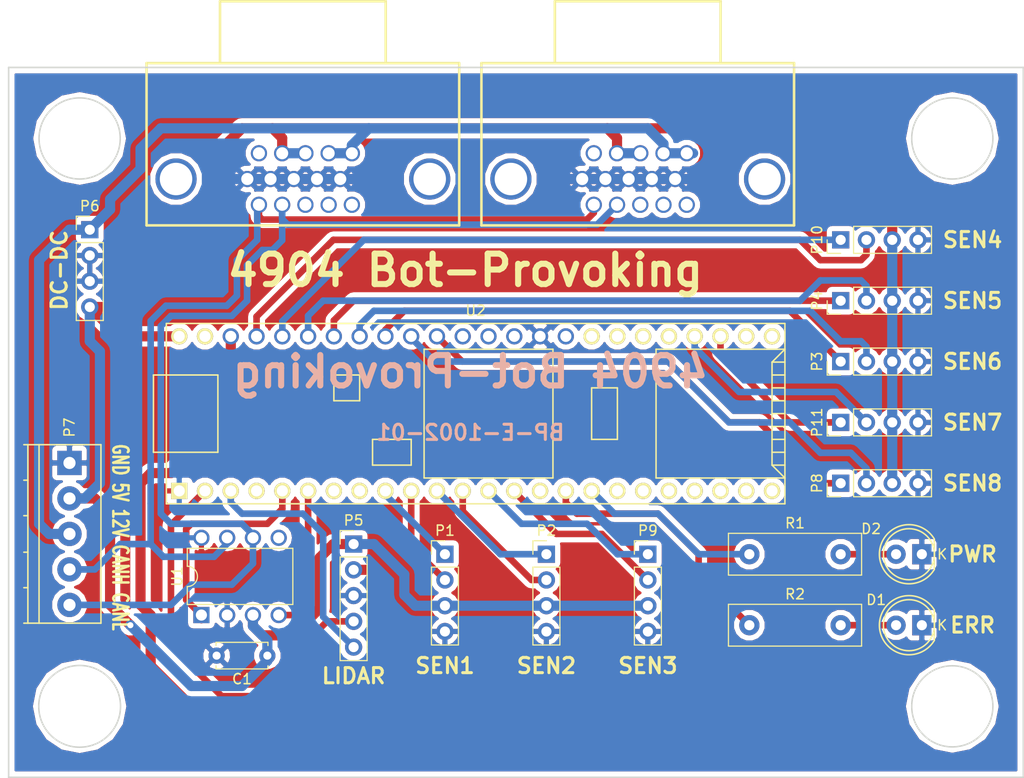
<source format=kicad_pcb>
(kicad_pcb (version 4) (host pcbnew 4.0.5)
  (layers (0 F.Cu signal) (31 B.Cu signal) (34 B.Paste user) (35 F.Paste user) (36 B.SilkS user) (37 F.SilkS user) (38 B.Mask user) (39 F.Mask user) (44 Edge.Cuts user))
  (net 0 "")
  (net 1 GND)
  (net 2 "Net-(D1-Pad2)")
  (net 3 "Net-(D2-Pad2)")
  (net 4 "Net-(J1-Pad0)")
  (net 5 +12V)
  (net 6 +5V)
  (net 7 /CANL)
  (net 8 /CANH)
  (net 9 "Net-(J2-Pad0)")
  (net 10 /B1)
  (net 11 /A1)
  (net 12 /B2)
  (net 13 /A2)
  (net 14 /A3)
  (net 15 /B3)
  (net 16 /A4)
  (net 17 /B4)
  (net 18 +3V3)
  (net 19 /Tx)
  (net 20 /Rx)
  (net 21 /CAN_Tx)
  (net 22 /CAN_Rx)
  (net 23 "Net-(R1-Pad1)")
  (net 24 "Net-(R2-Pad1)")
  (net 25 /A7)
  (net 26 /B7)
  (net 27 /A5)
  (net 28 /B5)
  (net 29 /A6)
  (net 30 /B6)
  (net 31 /A8)
  (net 32 /B8)
  (module Teensy:Teensy35_36_LessPins (layer F.Cu) (at 182.025001 116.135)
    (fp_text reference U2 (at 0 -10.16) (layer F.SilkS))
    (fp_text value Teensy3.6)
    (pad 17 thru_hole circle (at 11.43 7.62) (size 1.6 1.6) (drill 1.1) (layers *.Cu *.Mask F.SilkS) (net 23 "Net-(R1-Pad1)"))
    (pad 18 thru_hole circle (at 13.97 7.62) (size 1.6 1.6) (drill 1.1) (layers *.Cu *.Mask F.SilkS))
    (pad 19 thru_hole circle (at 16.51 7.62) (size 1.6 1.6) (drill 1.1) (layers *.Cu *.Mask F.SilkS))
    (pad 20 thru_hole circle (at 19.05 7.62) (size 1.6 1.6) (drill 1.1) (layers *.Cu *.Mask F.SilkS))
    (pad 16 thru_hole circle (at 8.89 7.62) (size 1.6 1.6) (drill 1.1) (layers *.Cu *.Mask F.SilkS) (net 24 "Net-(R2-Pad1)"))
    (pad 15 thru_hole circle (at 6.35 7.62) (size 1.6 1.6) (drill 1.1) (layers *.Cu *.Mask F.SilkS))
    (pad 14 thru_hole circle (at 3.81 7.62) (size 1.6 1.6) (drill 1.1) (layers *.Cu *.Mask F.SilkS) (net 32 /B8))
    (pad 21 thru_hole circle (at 21.59 7.62) (size 1.6 1.6) (drill 1.1) (layers *.Cu *.Mask F.SilkS))
    (pad 22 thru_hole circle (at 24.13 7.62) (size 1.6 1.6) (drill 1.1) (layers *.Cu *.Mask F.SilkS))
    (pad 23 thru_hole circle (at 26.67 7.62) (size 1.6 1.6) (drill 1.1) (layers *.Cu *.Mask F.SilkS))
    (pad 24 thru_hole circle (at 29.21 7.62) (size 1.6 1.6) (drill 1.1) (layers *.Cu *.Mask F.SilkS))
    (pad 30 thru_hole circle (at 29.21 -7.62) (size 1.6 1.6) (drill 1.1) (layers *.Cu *.Mask F.SilkS))
    (pad 31 thru_hole circle (at 26.67 -7.62) (size 1.6 1.6) (drill 1.1) (layers *.Cu *.Mask F.SilkS))
    (pad 32 thru_hole circle (at 24.13 -7.62) (size 1.6 1.6) (drill 1.1) (layers *.Cu *.Mask F.SilkS) (net 25 /A7))
    (pad 33 thru_hole circle (at 21.59 -7.62) (size 1.6 1.6) (drill 1.1) (layers *.Cu *.Mask F.SilkS) (net 26 /B7))
    (pad 34 thru_hole circle (at 19.05 -7.62) (size 1.6 1.6) (drill 1.1) (layers *.Cu *.Mask F.SilkS))
    (pad 35 thru_hole circle (at 16.51 -7.62) (size 1.6 1.6) (drill 1.1) (layers *.Cu *.Mask F.SilkS))
    (pad 36 thru_hole circle (at 13.97 -7.62) (size 1.6 1.6) (drill 1.1) (layers *.Cu *.Mask F.SilkS))
    (pad 37 thru_hole circle (at 11.43 -7.62) (size 1.6 1.6) (drill 1.1) (layers *.Cu *.Mask F.SilkS))
    (pad 13 thru_hole circle (at 1.27 7.62) (size 1.6 1.6) (drill 1.1) (layers *.Cu *.Mask F.SilkS) (net 31 /A8))
    (pad 12 thru_hole circle (at -1.27 7.62) (size 1.6 1.6) (drill 1.1) (layers *.Cu *.Mask F.SilkS) (net 12 /B2))
    (pad 11 thru_hole circle (at -3.81 7.62) (size 1.6 1.6) (drill 1.1) (layers *.Cu *.Mask F.SilkS) (net 13 /A2))
    (pad 10 thru_hole circle (at -6.35 7.62) (size 1.6 1.6) (drill 1.1) (layers *.Cu *.Mask F.SilkS) (net 10 /B1))
    (pad 9 thru_hole circle (at -8.89 7.62) (size 1.6 1.6) (drill 1.1) (layers *.Cu *.Mask F.SilkS) (net 11 /A1))
    (pad 8 thru_hole circle (at -11.43 7.62) (size 1.6 1.6) (drill 1.1) (layers *.Cu *.Mask F.SilkS))
    (pad 7 thru_hole circle (at -13.97 7.62) (size 1.6 1.6) (drill 1.1) (layers *.Cu *.Mask F.SilkS))
    (pad 6 thru_hole circle (at -16.51 7.62) (size 1.6 1.6) (drill 1.1) (layers *.Cu *.Mask F.SilkS) (net 22 /CAN_Rx))
    (pad 5 thru_hole circle (at -19.05 7.62) (size 1.6 1.6) (drill 1.1) (layers *.Cu *.Mask F.SilkS) (net 21 /CAN_Tx))
    (pad 4 thru_hole circle (at -21.59 7.62) (size 1.6 1.6) (drill 1.1) (layers *.Cu *.Mask F.SilkS))
    (pad 3 thru_hole circle (at -24.13 7.62) (size 1.6 1.6) (drill 1.1) (layers *.Cu *.Mask F.SilkS) (net 20 /Rx))
    (pad 2 thru_hole circle (at -26.67 7.62) (size 1.6 1.6) (drill 1.1) (layers *.Cu *.Mask F.SilkS) (net 19 /Tx))
    (pad 1 thru_hole rect (at -29.21 7.62) (size 1.6 1.6) (drill 1.1) (layers *.Cu *.Mask F.SilkS) (net 1 GND))
    (pad 38 thru_hole circle (at 8.89 -7.62) (size 1.6 1.6) (drill 1.1) (layers *.Cu *.Mask))
    (pad 39 thru_hole circle (at 6.35 -7.62) (size 1.6 1.6) (drill 1.1) (layers *.Cu *.Mask) (net 1 GND))
    (pad 40 thru_hole circle (at 3.81 -7.62) (size 1.6 1.6) (drill 1.1) (layers *.Cu *.Mask))
    (pad 41 thru_hole circle (at 1.27 -7.62) (size 1.6 1.6) (drill 1.1) (layers *.Cu *.Mask))
    (pad 42 thru_hole circle (at -1.27 -7.62) (size 1.6 1.6) (drill 1.1) (layers *.Cu *.Mask))
    (pad 43 thru_hole circle (at -3.81 -7.62) (size 1.6 1.6) (drill 1.1) (layers *.Cu *.Mask) (net 14 /A3))
    (pad 44 thru_hole circle (at -6.35 -7.62) (size 1.6 1.6) (drill 1.1) (layers *.Cu *.Mask) (net 15 /B3))
    (pad 45 thru_hole circle (at -8.89 -7.62) (size 1.6 1.6) (drill 1.1) (layers *.Cu *.Mask) (net 16 /A4))
    (pad 46 thru_hole circle (at -11.43 -7.62) (size 1.6 1.6) (drill 1.1) (layers *.Cu *.Mask) (net 17 /B4))
    (pad 47 thru_hole circle (at -13.97 -7.62) (size 1.6 1.6) (drill 1.1) (layers *.Cu *.Mask) (net 27 /A5))
    (pad 48 thru_hole circle (at -16.51 -7.62) (size 1.6 1.6) (drill 1.1) (layers *.Cu *.Mask) (net 28 /B5))
    (pad 49 thru_hole circle (at -19.05 -7.62) (size 1.6 1.6) (drill 1.1) (layers *.Cu *.Mask) (net 29 /A6))
    (pad 50 thru_hole circle (at -21.59 -7.62) (size 1.6 1.6) (drill 1.1) (layers *.Cu *.Mask) (net 30 /B6))
    (pad 51 thru_hole circle (at -24.13 -7.62) (size 1.6 1.6) (drill 1.1) (layers *.Cu *.Mask) (net 18 +3V3))
    (pad 52 thru_hole circle (at -26.67 -7.62) (size 1.6 1.6) (drill 1.1) (layers *.Cu *.Mask F.SilkS))
    (pad 53 thru_hole circle (at -29.21 -7.62) (size 1.6 1.6) (drill 1.1) (layers *.Cu *.Mask F.SilkS) (net 6 +5V))
  )
  (module LEDs:LED-5MM (layer F.Cu) (at 226 137 180)
    (fp_text reference D1 (at 4.5 2.5 180) (layer F.SilkS))
    (fp_text value LED)
    (fp_text user K (at -2 0 180) (layer F.SilkS))
    (pad 1 thru_hole rect (at 0 0 270) (size 2 1.9) (drill 1.00076) (layers *.Cu *.Mask) (net 1 GND))
    (pad 2 thru_hole circle (at 2.54 0 180) (size 1.9 1.9) (drill 1.00076) (layers *.Cu *.Mask) (net 2 "Net-(D1-Pad2)"))
  )
  (module LEDs:LED-5MM (layer F.Cu) (at 226 130 180)
    (fp_text reference D2 (at 5 2.5 180) (layer F.SilkS))
    (fp_text value LED)
    (fp_text user K (at -2 0 180) (layer F.SilkS))
    (pad 1 thru_hole rect (at 0 0 270) (size 2 1.9) (drill 1.00076) (layers *.Cu *.Mask) (net 1 GND))
    (pad 2 thru_hole circle (at 2.54 0 180) (size 1.9 1.9) (drill 1.00076) (layers *.Cu *.Mask) (net 3 "Net-(D2-Pad2)"))
  )
  (module conn-db15-SPC15430:conn_SPC15430 (layer F.Cu) (at 165 93)
    (fp_text reference J1 hide)
    (fp_text value DB15_HighDensity_MountingHoles hide)
    (pad 0 thru_hole circle (at -12.49934 0) (size 4.064 4.064) (drill 3.2004) (layers *.Cu *.Mask) (net 4 "Net-(J1-Pad0)"))
    (pad 0 thru_hole circle (at 12.49934 0) (size 4.064 4.064) (drill 3.2004) (layers *.Cu *.Mask) (net 4 "Net-(J1-Pad0)"))
    (pad 15 thru_hole circle (at 4.83 -2.54) (size 1.6002 1.6002) (drill 1.19126) (layers *.Cu *.Mask) (net 5 +12V))
    (pad 10 thru_hole circle (at 3.685 0) (size 1.6002 1.6002) (drill 1.19126) (layers *.Cu *.Mask) (net 1 GND))
    (pad 14 thru_hole circle (at 2.54 -2.54) (size 1.6002 1.6002) (drill 1.19126) (layers *.Cu *.Mask) (net 5 +12V))
    (pad 13 thru_hole circle (at 0.25 -2.54) (size 1.6002 1.6002) (drill 1.19126) (layers *.Cu *.Mask) (net 6 +5V))
    (pad 12 thru_hole circle (at -2.04 -2.54) (size 1.6002 1.6002) (drill 1.19126) (layers *.Cu *.Mask) (net 6 +5V))
    (pad 11 thru_hole circle (at -4.33 -2.54) (size 1.6002 1.6002) (drill 1.19126) (layers *.Cu *.Mask))
    (pad 9 thru_hole circle (at 1.395 0) (size 1.6002 1.6002) (drill 1.19126) (layers *.Cu *.Mask) (net 1 GND))
    (pad 8 thru_hole circle (at -0.895 0) (size 1.6002 1.6002) (drill 1.19126) (layers *.Cu *.Mask) (net 1 GND))
    (pad 7 thru_hole circle (at -3.185 0) (size 1.6002 1.6002) (drill 1.19126) (layers *.Cu *.Mask) (net 1 GND))
    (pad 6 thru_hole circle (at -5.475 0) (size 1.6002 1.6002) (drill 1.2) (layers *.Cu *.Mask) (net 1 GND))
    (pad 5 thru_hole circle (at 4.83 2.54) (size 1.6002 1.6002) (drill 1.19126) (layers *.Cu *.Mask))
    (pad 4 thru_hole circle (at 2.54 2.54) (size 1.6002 1.6002) (drill 1.19126) (layers *.Cu *.Mask))
    (pad 3 thru_hole circle (at 0.25 2.54) (size 1.6002 1.6002) (drill 1.19126) (layers *.Cu *.Mask))
    (pad 2 thru_hole circle (at -2.04 2.54) (size 1.6002 1.6002) (drill 1.19126) (layers *.Cu *.Mask) (net 7 /CANL))
    (pad 1 thru_hole circle (at -4.33 2.54) (size 1.6002 1.6002) (drill 1.19126) (layers *.Cu *.Mask) (net 8 /CANH))
  )
  (module conn-db15-SPC15430:conn_SPC15430 (layer F.Cu) (at 198 93)
    (fp_text reference J2 hide)
    (fp_text value DB15_HighDensity_MountingHoles hide)
    (pad 0 thru_hole circle (at -12.49934 0) (size 4.064 4.064) (drill 3.2004) (layers *.Cu *.Mask) (net 9 "Net-(J2-Pad0)"))
    (pad 0 thru_hole circle (at 12.49934 0) (size 4.064 4.064) (drill 3.2004) (layers *.Cu *.Mask) (net 9 "Net-(J2-Pad0)"))
    (pad 15 thru_hole circle (at 4.83 -2.54) (size 1.6002 1.6002) (drill 1.19126) (layers *.Cu *.Mask) (net 5 +12V))
    (pad 10 thru_hole circle (at 3.685 0) (size 1.6002 1.6002) (drill 1.19126) (layers *.Cu *.Mask) (net 1 GND))
    (pad 14 thru_hole circle (at 2.54 -2.54) (size 1.6002 1.6002) (drill 1.19126) (layers *.Cu *.Mask) (net 5 +12V))
    (pad 13 thru_hole circle (at 0.25 -2.54) (size 1.6002 1.6002) (drill 1.19126) (layers *.Cu *.Mask) (net 6 +5V))
    (pad 12 thru_hole circle (at -2.04 -2.54) (size 1.6002 1.6002) (drill 1.19126) (layers *.Cu *.Mask) (net 6 +5V))
    (pad 11 thru_hole circle (at -4.33 -2.54) (size 1.6002 1.6002) (drill 1.19126) (layers *.Cu *.Mask))
    (pad 9 thru_hole circle (at 1.395 0) (size 1.6002 1.6002) (drill 1.19126) (layers *.Cu *.Mask) (net 1 GND))
    (pad 8 thru_hole circle (at -0.895 0) (size 1.6002 1.6002) (drill 1.19126) (layers *.Cu *.Mask) (net 1 GND))
    (pad 7 thru_hole circle (at -3.185 0) (size 1.6002 1.6002) (drill 1.19126) (layers *.Cu *.Mask) (net 1 GND))
    (pad 6 thru_hole circle (at -5.475 0) (size 1.6002 1.6002) (drill 1.2) (layers *.Cu *.Mask) (net 1 GND))
    (pad 5 thru_hole circle (at 4.83 2.54) (size 1.6002 1.6002) (drill 1.19126) (layers *.Cu *.Mask))
    (pad 4 thru_hole circle (at 2.54 2.54) (size 1.6002 1.6002) (drill 1.19126) (layers *.Cu *.Mask))
    (pad 3 thru_hole circle (at 0.25 2.54) (size 1.6002 1.6002) (drill 1.19126) (layers *.Cu *.Mask))
    (pad 2 thru_hole circle (at -2.04 2.54) (size 1.6002 1.6002) (drill 1.19126) (layers *.Cu *.Mask) (net 7 /CANL))
    (pad 1 thru_hole circle (at -4.33 2.54) (size 1.6002 1.6002) (drill 1.19126) (layers *.Cu *.Mask) (net 8 /CANH))
  )
  (module Custom_Footprints:DIP-8_W7.62mm_BiggerHoles (layer F.Cu) (at 155 136 90)
    (fp_text reference U1 (at 3.81 -2.39 90) (layer F.SilkS))
    (fp_text value MCP2551-I/P)
    (pad 1 thru_hole rect (at 0 0 90) (size 1.6 1.6) (drill 1.1) (layers *.Cu *.Mask) (net 21 /CAN_Tx))
    (pad 5 thru_hole oval (at 7.62 7.62 90) (size 1.6 1.6) (drill 1.1) (layers *.Cu *.Mask))
    (pad 2 thru_hole oval (at 0 2.54 90) (size 1.6 1.6) (drill 1.1) (layers *.Cu *.Mask) (net 1 GND))
    (pad 6 thru_hole oval (at 7.62 5.08 90) (size 1.6 1.6) (drill 1.1) (layers *.Cu *.Mask) (net 7 /CANL))
    (pad 3 thru_hole oval (at 0 5.08 90) (size 1.6 1.6) (drill 1.1) (layers *.Cu *.Mask) (net 6 +5V))
    (pad 7 thru_hole oval (at 7.62 2.54 90) (size 1.6 1.6) (drill 1.1) (layers *.Cu *.Mask) (net 8 /CANH))
    (pad 4 thru_hole oval (at 0 7.62 90) (size 1.6 1.6) (drill 1.1) (layers *.Cu *.Mask) (net 22 /CAN_Rx))
    (pad 8 thru_hole oval (at 7.62 0 90) (size 1.6 1.6) (drill 1.1) (layers *.Cu *.Mask) (net 1 GND))
  )
  (module Resistors_THT:R_Box_L13.0mm_W4.0mm_P9.00mm (layer F.Cu) (at 209 130)
    (fp_text reference R1 (at 4.5 -3.06) (layer F.SilkS))
    (fp_text value R)
    (pad 1 thru_hole circle (at 0 0) (size 2 2) (drill 1) (layers *.Cu *.Mask) (net 23 "Net-(R1-Pad1)"))
    (pad 2 thru_hole circle (at 9 0) (size 2 2) (drill 1) (layers *.Cu *.Mask) (net 3 "Net-(D2-Pad2)"))
  )
  (module Resistors_THT:R_Box_L13.0mm_W4.0mm_P9.00mm (layer F.Cu) (at 209 137)
    (fp_text reference R2 (at 4.5 -3.06) (layer F.SilkS))
    (fp_text value R)
    (pad 1 thru_hole circle (at 0 0) (size 2 2) (drill 1) (layers *.Cu *.Mask) (net 24 "Net-(R2-Pad1)"))
    (pad 2 thru_hole circle (at 9 0) (size 2 2) (drill 1) (layers *.Cu *.Mask) (net 2 "Net-(D1-Pad2)"))
  )
  (module Capacitors_THT:C_Disc_D5.0mm_W2.5mm_P5.00mm (layer F.Cu) (at 161.5 140 180)
    (fp_text reference C1 (at 2.5 -2.31 180) (layer F.SilkS))
    (fp_text value C)
    (pad 1 thru_hole circle (at 0 0 180) (size 1.6 1.6) (drill 0.8) (layers *.Cu *.Mask) (net 6 +5V))
    (pad 2 thru_hole circle (at 5 0 180) (size 1.6 1.6) (drill 0.8) (layers *.Cu *.Mask) (net 1 GND))
  )
  (module Connectors_Terminal_Blocks:TerminalBlock_Pheonix_PT-3.5mm_5pol (layer F.Cu) (at 142 121 270)
    (fp_text reference P7 (at -3.5 0 270) (layer F.SilkS))
    (fp_text value CONN_01X05)
    (pad 2 thru_hole circle (at 3.5 0 270) (size 2.4 2.4) (drill 1.2) (layers *.Cu *.Mask) (net 6 +5V))
    (pad 1 thru_hole rect (at 0 0 270) (size 2.4 2.4) (drill 1.2) (layers *.Cu *.Mask) (net 1 GND))
    (pad 3 thru_hole circle (at 7 0 270) (size 2.4 2.4) (drill 1.2) (layers *.Cu *.Mask) (net 5 +12V))
    (pad 4 thru_hole circle (at 10.5 0 270) (size 2.4 2.4) (drill 1.2) (layers *.Cu *.Mask) (net 8 /CANH))
    (pad 5 thru_hole circle (at 14 0 270) (size 2.4 2.4) (drill 1.2) (layers *.Cu *.Mask) (net 7 /CANL))
  )
  (module Socket_Strips:Socket_Strip_Straight_1x04_Pitch2.54mm (layer F.Cu) (at 179 130)
    (fp_text reference P1 (at 0 -2.33) (layer F.SilkS))
    (fp_text value CONN_01X04)
    (pad 1 thru_hole rect (at 0 0) (size 1.7 1.7) (drill 1) (layers *.Cu *.Mask) (net 11 /A1))
    (pad 2 thru_hole oval (at 0 2.54) (size 1.7 1.7) (drill 1) (layers *.Cu *.Mask) (net 10 /B1))
    (pad 3 thru_hole oval (at 0 5.08) (size 1.7 1.7) (drill 1) (layers *.Cu *.Mask) (net 6 +5V))
    (pad 4 thru_hole oval (at 0 7.62) (size 1.7 1.7) (drill 1) (layers *.Cu *.Mask) (net 1 GND))
  )
  (module Socket_Strips:Socket_Strip_Straight_1x04_Pitch2.54mm (layer F.Cu) (at 189 130)
    (fp_text reference P2 (at 0 -2.33) (layer F.SilkS))
    (fp_text value CONN_01X04)
    (pad 1 thru_hole rect (at 0 0) (size 1.7 1.7) (drill 1) (layers *.Cu *.Mask) (net 13 /A2))
    (pad 2 thru_hole oval (at 0 2.54) (size 1.7 1.7) (drill 1) (layers *.Cu *.Mask) (net 12 /B2))
    (pad 3 thru_hole oval (at 0 5.08) (size 1.7 1.7) (drill 1) (layers *.Cu *.Mask) (net 6 +5V))
    (pad 4 thru_hole oval (at 0 7.62) (size 1.7 1.7) (drill 1) (layers *.Cu *.Mask) (net 1 GND))
  )
  (module Socket_Strips:Socket_Strip_Straight_1x04_Pitch2.54mm (layer F.Cu) (at 218 111 90)
    (fp_text reference P3 (at 0 -2.33 90) (layer F.SilkS))
    (fp_text value CONN_01X04)
    (pad 1 thru_hole rect (at 0 0 90) (size 1.7 1.7) (drill 1) (layers *.Cu *.Mask) (net 16 /A4))
    (pad 2 thru_hole oval (at 0 2.54 90) (size 1.7 1.7) (drill 1) (layers *.Cu *.Mask) (net 17 /B4))
    (pad 3 thru_hole oval (at 0 5.08 90) (size 1.7 1.7) (drill 1) (layers *.Cu *.Mask) (net 6 +5V))
    (pad 4 thru_hole oval (at 0 7.62 90) (size 1.7 1.7) (drill 1) (layers *.Cu *.Mask) (net 1 GND))
  )
  (module Socket_Strips:Socket_Strip_Straight_1x04_Pitch2.54mm (layer F.Cu) (at 218 105 90)
    (fp_text reference P4 (at 0 -2.33 90) (layer F.SilkS))
    (fp_text value CONN_01X04)
    (pad 1 thru_hole rect (at 0 0 90) (size 1.7 1.7) (drill 1) (layers *.Cu *.Mask) (net 27 /A5))
    (pad 2 thru_hole oval (at 0 2.54 90) (size 1.7 1.7) (drill 1) (layers *.Cu *.Mask) (net 28 /B5))
    (pad 3 thru_hole oval (at 0 5.08 90) (size 1.7 1.7) (drill 1) (layers *.Cu *.Mask) (net 6 +5V))
    (pad 4 thru_hole oval (at 0 7.62 90) (size 1.7 1.7) (drill 1) (layers *.Cu *.Mask) (net 1 GND))
  )
  (module Socket_Strips:Socket_Strip_Straight_1x05_Pitch2.54mm (layer F.Cu) (at 170 129)
    (fp_text reference P5 (at 0 -2.33) (layer F.SilkS))
    (fp_text value CONN_01X05)
    (pad 1 thru_hole rect (at 0 0) (size 1.7 1.7) (drill 1) (layers *.Cu *.Mask) (net 6 +5V))
    (pad 2 thru_hole oval (at 0 2.54) (size 1.7 1.7) (drill 1) (layers *.Cu *.Mask) (net 18 +3V3))
    (pad 3 thru_hole oval (at 0 5.08) (size 1.7 1.7) (drill 1) (layers *.Cu *.Mask) (net 1 GND))
    (pad 4 thru_hole oval (at 0 7.62) (size 1.7 1.7) (drill 1) (layers *.Cu *.Mask) (net 19 /Tx))
    (pad 5 thru_hole oval (at 0 10.16) (size 1.7 1.7) (drill 1) (layers *.Cu *.Mask) (net 20 /Rx))
  )
  (module Socket_Strips:Socket_Strip_Straight_1x04_Pitch2.54mm (layer F.Cu) (at 144 98)
    (fp_text reference P6 (at 0 -2.33) (layer F.SilkS))
    (fp_text value CONN_01X04)
    (pad 1 thru_hole rect (at 0 0) (size 1.7 1.7) (drill 1) (layers *.Cu *.Mask) (net 5 +12V))
    (pad 2 thru_hole oval (at 0 2.54) (size 1.7 1.7) (drill 1) (layers *.Cu *.Mask) (net 1 GND))
    (pad 3 thru_hole oval (at 0 5.08) (size 1.7 1.7) (drill 1) (layers *.Cu *.Mask) (net 1 GND))
    (pad 4 thru_hole oval (at 0 7.62) (size 1.7 1.7) (drill 1) (layers *.Cu *.Mask) (net 6 +5V))
  )
  (module Socket_Strips:Socket_Strip_Straight_1x04_Pitch2.54mm (layer F.Cu) (at 199 130)
    (fp_text reference P9 (at 0 -2.33) (layer F.SilkS))
    (fp_text value CONN_01X04)
    (pad 1 thru_hole rect (at 0 0) (size 1.7 1.7) (drill 1) (layers *.Cu *.Mask) (net 31 /A8))
    (pad 2 thru_hole oval (at 0 2.54) (size 1.7 1.7) (drill 1) (layers *.Cu *.Mask) (net 32 /B8))
    (pad 3 thru_hole oval (at 0 5.08) (size 1.7 1.7) (drill 1) (layers *.Cu *.Mask) (net 6 +5V))
    (pad 4 thru_hole oval (at 0 7.62) (size 1.7 1.7) (drill 1) (layers *.Cu *.Mask) (net 1 GND))
  )
  (module Socket_Strips:Socket_Strip_Straight_1x04_Pitch2.54mm (layer F.Cu) (at 218 99 90)
    (fp_text reference P10 (at 0 -2.33 90) (layer F.SilkS))
    (fp_text value CONN_01X04)
    (pad 1 thru_hole rect (at 0 0 90) (size 1.7 1.7) (drill 1) (layers *.Cu *.Mask) (net 29 /A6))
    (pad 2 thru_hole oval (at 0 2.54 90) (size 1.7 1.7) (drill 1) (layers *.Cu *.Mask) (net 30 /B6))
    (pad 3 thru_hole oval (at 0 5.08 90) (size 1.7 1.7) (drill 1) (layers *.Cu *.Mask) (net 6 +5V))
    (pad 4 thru_hole oval (at 0 7.62 90) (size 1.7 1.7) (drill 1) (layers *.Cu *.Mask) (net 1 GND))
  )
  (module Socket_Strips:Socket_Strip_Straight_1x04_Pitch2.54mm (layer F.Cu) (at 218 117 90)
    (fp_text reference P11 (at 0 -2.33 90) (layer F.SilkS))
    (fp_text value CONN_01X04)
    (pad 1 thru_hole rect (at 0 0 90) (size 1.7 1.7) (drill 1) (layers *.Cu *.Mask) (net 25 /A7))
    (pad 2 thru_hole oval (at 0 2.54 90) (size 1.7 1.7) (drill 1) (layers *.Cu *.Mask) (net 26 /B7))
    (pad 3 thru_hole oval (at 0 5.08 90) (size 1.7 1.7) (drill 1) (layers *.Cu *.Mask) (net 6 +5V))
    (pad 4 thru_hole oval (at 0 7.62 90) (size 1.7 1.7) (drill 1) (layers *.Cu *.Mask) (net 1 GND))
  )
  (module Socket_Strips:Socket_Strip_Straight_1x04_Pitch2.54mm (layer F.Cu) (at 218 123 90)
    (fp_text reference P8 (at 0 -2.33 90) (layer F.SilkS))
    (fp_text value CONN_01X04)
    (pad 1 thru_hole rect (at 0 0 90) (size 1.7 1.7) (drill 1) (layers *.Cu *.Mask) (net 14 /A3))
    (pad 2 thru_hole oval (at 0 2.54 90) (size 1.7 1.7) (drill 1) (layers *.Cu *.Mask) (net 15 /B3))
    (pad 3 thru_hole oval (at 0 5.08 90) (size 1.7 1.7) (drill 1) (layers *.Cu *.Mask) (net 6 +5V))
    (pad 4 thru_hole oval (at 0 7.62 90) (size 1.7 1.7) (drill 1) (layers *.Cu *.Mask) (net 1 GND))
  )
  (gr_text ERR (at 231 137) (layer F.SilkS) (effects (font (size 1.5 1.5) (thickness 0.3))))
  (gr_text PWR (at 231 130) (layer F.SilkS) (effects (font (size 1.5 1.5) (thickness 0.3))))
  (gr_line (start 136 152) (end 136 82) (angle 90) (layer Edge.Cuts) (width 0.15))
  (gr_line (start 236 152) (end 136 152) (angle 90) (layer Edge.Cuts) (width 0.15))
  (gr_line (start 236 82) (end 236 152) (angle 90) (layer Edge.Cuts) (width 0.15))
  (gr_line (start 136 82) (end 236 82) (angle 90) (layer Edge.Cuts) (width 0.15))
  (gr_text SEN5 (at 231 105) (layer F.SilkS) (effects (font (size 1.5 1.5) (thickness 0.3))))
  (gr_text SEN6 (at 231 111) (layer F.SilkS) (effects (font (size 1.5 1.5) (thickness 0.3))))
  (gr_text SEN7 (at 231 117) (layer F.SilkS) (effects (font (size 1.5 1.5) (thickness 0.3))))
  (gr_text "4904 Bot-Provoking" (at 181 102) (layer F.SilkS) (effects (font (size 3 3) (thickness 0.6))))
  (gr_text SEN8 (at 231 123) (layer F.SilkS) (effects (font (size 1.5 1.5) (thickness 0.3))))
  (gr_text SEN3 (at 199 141) (layer F.SilkS) (effects (font (size 1.5 1.5) (thickness 0.3))))
  (gr_text SEN4 (at 231 99) (layer F.SilkS) (effects (font (size 1.5 1.5) (thickness 0.3))))
  (gr_text SEN2 (at 189 141) (layer F.SilkS) (effects (font (size 1.5 1.5) (thickness 0.3))))
  (gr_text SEN1 (at 179 141) (layer F.SilkS) (effects (font (size 1.5 1.5) (thickness 0.3))))
  (gr_text LIDAR (at 170 142) (layer F.SilkS) (effects (font (size 1.5 1.5) (thickness 0.3))))
  (gr_text DC-DC (at 141 102 90) (layer F.SilkS) (effects (font (size 1.5 1.5) (thickness 0.3))))
  (gr_text "GND 5V 12V CANH CANL" (at 147 119 270) (layer F.SilkS) (effects (font (size 1.5 1) (thickness 0.25)) (justify left)))
  (gr_circle (center 143 145) (end 147 145.5) (layer Edge.Cuts) (width 0.15))
  (gr_circle (center 229 145) (end 225 145) (layer Edge.Cuts) (width 0.15))
  (gr_circle (center 143 89) (end 147 89) (layer Edge.Cuts) (width 0.15))
  (gr_circle (center 229 89) (end 225 89) (layer Edge.Cuts) (width 0.15))
  (gr_text BP-E-1002-01 (at 181.5 118) (layer B.SilkS) (effects (font (size 1.5 1.5) (thickness 0.3)) (justify mirror)))
  (gr_text "4904 Bot-Provoking" (at 181.5 112) (layer B.SilkS) (effects (font (size 3 3) (thickness 0.6)) (justify mirror)))
  (segment (start 157.5 93) (end 159.525 93) (width 1) (layer B.Cu) (net 1))
  (segment (start 159.525 93) (end 161.815 93) (width 1) (layer B.Cu) (net 1))
  (segment (start 161.815 93) (end 164.105 93) (width 1) (layer B.Cu) (net 1))
  (segment (start 164.105 93) (end 166.395 93) (width 1) (layer B.Cu) (net 1))
  (segment (start 166.395 93) (end 168.685 93) (width 1) (layer B.Cu) (net 1))
  (segment (start 168.685 93) (end 171.75 93) (width 1) (layer B.Cu) (net 1))
  (segment (start 204.25 93) (end 201.685 93) (width 1) (layer B.Cu) (net 1))
  (segment (start 201.685 93) (end 199.395 93) (width 1) (layer B.Cu) (net 1))
  (segment (start 199.395 93) (end 197.105 93) (width 1) (layer B.Cu) (net 1))
  (segment (start 197.105 93) (end 194.815 93) (width 1) (layer B.Cu) (net 1))
  (segment (start 194.815 93) (end 192.525 93) (width 1) (layer B.Cu) (net 1))
  (segment (start 192.525 93) (end 190 93) (width 1) (layer B.Cu) (net 1))
  (segment (start 159.525 93) (end 161.815 93) (width 1) (layer F.Cu) (net 1))
  (segment (start 161.815 93) (end 164.105 93) (width 1) (layer F.Cu) (net 1))
  (segment (start 164.105 93) (end 166.395 93) (width 1) (layer F.Cu) (net 1))
  (segment (start 166.395 93) (end 168.685 93) (width 1) (layer F.Cu) (net 1))
  (segment (start 168.685 93) (end 171.75 93) (width 1) (layer F.Cu) (net 1))
  (segment (start 203.5 93) (end 201.685 93) (width 1) (layer F.Cu) (net 1))
  (segment (start 201.685 93) (end 199.395 93) (width 1) (layer F.Cu) (net 1))
  (segment (start 199.395 93) (end 197.105 93) (width 1) (layer F.Cu) (net 1))
  (segment (start 197.105 93) (end 194.815 93) (width 1) (layer F.Cu) (net 1))
  (segment (start 194.815 93) (end 192.525 93) (width 1) (layer F.Cu) (net 1))
  (segment (start 192.525 93) (end 190.25 93) (width 1) (layer F.Cu) (net 1))
  (segment (start 223.46 137) (end 218 137) (width 0.65) (layer F.Cu) (net 2))
  (segment (start 218 130) (end 223.46 130) (width 0.65) (layer F.Cu) (net 3))
  (segment (start 171.5 88) (end 151 88) (width 1) (layer B.Cu) (net 5))
  (segment (start 146 96) (end 144 98) (width 1) (layer B.Cu) (net 5))
  (segment (start 146 95) (end 146 96) (width 1) (layer B.Cu) (net 5))
  (segment (start 149 92) (end 146 95) (width 1) (layer B.Cu) (net 5))
  (segment (start 149 90) (end 149 92) (width 1) (layer B.Cu) (net 5))
  (segment (start 151 88) (end 149 90) (width 1) (layer B.Cu) (net 5))
  (segment (start 142 128) (end 140 128) (width 1) (layer B.Cu) (net 5))
  (segment (start 140 128) (end 139 127) (width 1) (layer B.Cu) (net 5))
  (segment (start 139 127) (end 139 101) (width 1) (layer B.Cu) (net 5))
  (segment (start 139 101) (end 142 98) (width 1) (layer B.Cu) (net 5))
  (segment (start 142 98) (end 144 98) (width 1) (layer B.Cu) (net 5))
  (segment (start 203.46 90.46) (end 202.83 90.46) (width 1) (layer B.Cu) (net 5))
  (segment (start 169.83 90.46) (end 169.83 89.67) (width 1) (layer B.Cu) (net 5))
  (segment (start 169.83 89.67) (end 171.5 88) (width 1) (layer B.Cu) (net 5))
  (segment (start 200.54 89.54) (end 200.54 90.46) (width 1) (layer B.Cu) (net 5))
  (segment (start 199 88) (end 200.54 89.54) (width 1) (layer B.Cu) (net 5))
  (segment (start 171.5 88) (end 199 88) (width 1) (layer B.Cu) (net 5))
  (segment (start 167.54 90.46) (end 169.83 90.46) (width 1) (layer B.Cu) (net 5))
  (segment (start 202.83 90.46) (end 200.54 90.46) (width 1) (layer B.Cu) (net 5))
  (segment (start 198.25 90.46) (end 195.96 90.46) (width 1) (layer B.Cu) (net 6))
  (segment (start 162.96 90.46) (end 165.25 90.46) (width 1) (layer B.Cu) (net 6))
  (segment (start 195 88) (end 217 88) (width 1) (layer F.Cu) (net 6))
  (segment (start 223.08 94.08) (end 223.08 99) (width 1) (layer F.Cu) (net 6))
  (segment (start 217 88) (end 223.08 94.08) (width 1) (layer F.Cu) (net 6))
  (segment (start 223.08 105) (end 223.08 99) (width 1) (layer B.Cu) (net 6))
  (segment (start 223.08 111) (end 223.08 105) (width 1) (layer B.Cu) (net 6))
  (segment (start 223.08 117) (end 223.08 111) (width 1) (layer B.Cu) (net 6))
  (segment (start 223.08 123) (end 223.08 117) (width 1) (layer B.Cu) (net 6))
  (segment (start 189 135.08) (end 199 135.08) (width 1) (layer B.Cu) (net 6))
  (segment (start 179 135.08) (end 189 135.08) (width 1) (layer B.Cu) (net 6))
  (segment (start 170 129) (end 172 129) (width 1) (layer B.Cu) (net 6))
  (segment (start 176.08 135.08) (end 179 135.08) (width 1) (layer B.Cu) (net 6))
  (segment (start 175 134) (end 176.08 135.08) (width 1) (layer B.Cu) (net 6))
  (segment (start 175 132) (end 175 134) (width 1) (layer B.Cu) (net 6))
  (segment (start 172 129) (end 175 132) (width 1) (layer B.Cu) (net 6))
  (segment (start 161.5 140) (end 161.5 140.5) (width 1) (layer B.Cu) (net 6))
  (segment (start 161.5 140.5) (end 159 143) (width 1) (layer B.Cu) (net 6))
  (segment (start 144.5 124.5) (end 142 124.5) (width 1) (layer F.Cu) (net 6))
  (segment (start 146 126) (end 144.5 124.5) (width 1) (layer F.Cu) (net 6))
  (segment (start 146 135) (end 146 126) (width 1) (layer F.Cu) (net 6))
  (segment (start 148 137) (end 146 135) (width 1) (layer F.Cu) (net 6))
  (via (at 148 137) (size 1) (drill 0.6) (layers F.Cu B.Cu) (net 6))
  (segment (start 154 143) (end 148 137) (width 1) (layer B.Cu) (net 6))
  (segment (start 159 143) (end 154 143) (width 1) (layer B.Cu) (net 6))
  (segment (start 195.96 90.46) (end 195.96 88.96) (width 1) (layer F.Cu) (net 6))
  (segment (start 195 88) (end 162 88) (width 1) (layer F.Cu) (net 6))
  (segment (start 195.96 88.96) (end 195 88) (width 1) (layer F.Cu) (net 6))
  (segment (start 162.96 90.46) (end 162.96 88.96) (width 1) (layer F.Cu) (net 6))
  (segment (start 162.96 88.96) (end 162 88) (width 1) (layer F.Cu) (net 6))
  (segment (start 146.38 105.62) (end 144 105.62) (width 1) (layer F.Cu) (net 6))
  (segment (start 162 88) (end 159 88) (width 1) (layer F.Cu) (net 6))
  (segment (start 159 88) (end 156 91) (width 1) (layer F.Cu) (net 6))
  (segment (start 156 91) (end 156 96) (width 1) (layer F.Cu) (net 6))
  (segment (start 156 96) (end 146.38 105.62) (width 1) (layer F.Cu) (net 6))
  (segment (start 152.815001 108.515) (end 146.895 108.515) (width 1) (layer F.Cu) (net 6))
  (segment (start 146.895 108.515) (end 144 105.62) (width 1) (layer F.Cu) (net 6))
  (segment (start 144 105.62) (end 144 109) (width 1) (layer B.Cu) (net 6))
  (segment (start 143.5 124.5) (end 142 124.5) (width 1) (layer B.Cu) (net 6))
  (segment (start 145 123) (end 143.5 124.5) (width 1) (layer B.Cu) (net 6))
  (segment (start 145 110) (end 145 123) (width 1) (layer B.Cu) (net 6))
  (segment (start 144 109) (end 145 110) (width 1) (layer B.Cu) (net 6))
  (segment (start 170 129) (end 168 129) (width 1) (layer F.Cu) (net 6))
  (segment (start 160.08 137.08) (end 160.08 136) (width 1) (layer F.Cu) (net 6))
  (segment (start 161 138) (end 160.08 137.08) (width 1) (layer F.Cu) (net 6))
  (segment (start 164 138) (end 161 138) (width 1) (layer F.Cu) (net 6))
  (segment (start 166.655214 135.344786) (end 164 138) (width 1) (layer F.Cu) (net 6))
  (segment (start 166.655214 130.344786) (end 166.655214 135.344786) (width 1) (layer F.Cu) (net 6))
  (segment (start 168 129) (end 166.655214 130.344786) (width 1) (layer F.Cu) (net 6))
  (segment (start 161.5 140) (end 161.5 138.5) (width 1) (layer B.Cu) (net 6))
  (segment (start 160.08 137.08) (end 160.08 136) (width 1) (layer B.Cu) (net 6))
  (segment (start 161.5 138.5) (end 160.08 137.08) (width 1) (layer B.Cu) (net 6))
  (segment (start 160.08 136) (end 160.08 135.92) (width 1) (layer B.Cu) (net 6))
  (segment (start 163.5 97.5) (end 194 97.5) (width 0.65) (layer B.Cu) (net 7))
  (segment (start 162.96 96.96) (end 163.5 97.5) (width 0.65) (layer B.Cu) (net 7))
  (segment (start 162.96 99.04) (end 162.96 95.54) (width 0.65) (layer B.Cu) (net 7))
  (segment (start 162.96 95.54) (end 162.96 96.96) (width 0.65) (layer B.Cu) (net 7))
  (segment (start 194 97.5) (end 195.96 95.54) (width 0.65) (layer B.Cu) (net 7))
  (segment (start 142 135) (end 152 135) (width 0.65) (layer B.Cu) (net 7))
  (segment (start 160.08 130.92) (end 160.08 128.38) (width 0.65) (layer B.Cu) (net 7))
  (segment (start 158 133) (end 160.08 130.92) (width 0.65) (layer B.Cu) (net 7))
  (segment (start 154 133) (end 158 133) (width 0.65) (layer B.Cu) (net 7))
  (segment (start 152 135) (end 154 133) (width 0.65) (layer B.Cu) (net 7))
  (segment (start 160.08 128.38) (end 160.08 128.08) (width 0.65) (layer B.Cu) (net 7))
  (segment (start 160.08 128.08) (end 159 127) (width 0.65) (layer B.Cu) (net 7))
  (segment (start 159 127) (end 152 127) (width 0.65) (layer B.Cu) (net 7))
  (segment (start 152 127) (end 151 126) (width 0.65) (layer B.Cu) (net 7))
  (segment (start 151 126) (end 151 124.5) (width 0.65) (layer B.Cu) (net 7))
  (segment (start 151 124.5) (end 151 122) (width 0.65) (layer B.Cu) (net 7))
  (segment (start 151 122) (end 151 107.5) (width 0.65) (layer B.Cu) (net 7))
  (segment (start 151 107.5) (end 152 106.5) (width 0.65) (layer B.Cu) (net 7))
  (segment (start 152 106.5) (end 158 106.5) (width 0.65) (layer B.Cu) (net 7))
  (segment (start 158 106.5) (end 159.5 105) (width 0.65) (layer B.Cu) (net 7))
  (segment (start 159.5 105) (end 159.5 101.5) (width 0.65) (layer B.Cu) (net 7))
  (segment (start 160.08 128.38) (end 160.08 128.08) (width 0.65) (layer B.Cu) (net 7))
  (segment (start 159.5 101.5) (end 161 100) (width 0.65) (layer B.Cu) (net 7))
  (segment (start 161 100) (end 162 100) (width 0.65) (layer B.Cu) (net 7))
  (segment (start 162 100) (end 162.96 99.04) (width 0.65) (layer B.Cu) (net 7))
  (segment (start 160.67 95.54) (end 160.67 96.67) (width 0.65) (layer F.Cu) (net 8))
  (segment (start 193 97) (end 193.67 96.33) (width 0.65) (layer F.Cu) (net 8))
  (segment (start 161 97) (end 193 97) (width 0.65) (layer F.Cu) (net 8))
  (segment (start 160.67 96.67) (end 161 97) (width 0.65) (layer F.Cu) (net 8))
  (segment (start 193.67 96.33) (end 193.67 95.54) (width 0.65) (layer F.Cu) (net 8))
  (segment (start 150 129) (end 147 129) (width 0.65) (layer B.Cu) (net 8))
  (segment (start 144.5 131.5) (end 142 131.5) (width 0.65) (layer B.Cu) (net 8))
  (segment (start 147 129) (end 144.5 131.5) (width 0.65) (layer B.Cu) (net 8))
  (segment (start 157.54 128.38) (end 157.54 128.96) (width 0.65) (layer B.Cu) (net 8))
  (segment (start 157.54 128.96) (end 156.25 130.25) (width 0.65) (layer B.Cu) (net 8))
  (segment (start 150 125) (end 150 107) (width 0.65) (layer B.Cu) (net 8))
  (segment (start 150 107) (end 151.5 105.5) (width 0.65) (layer B.Cu) (net 8))
  (segment (start 151.5 105.5) (end 157.5 105.5) (width 0.65) (layer B.Cu) (net 8))
  (segment (start 157.5 105.5) (end 158.5 104.5) (width 0.65) (layer B.Cu) (net 8))
  (segment (start 158.5 104.5) (end 158.5 101) (width 0.65) (layer B.Cu) (net 8))
  (segment (start 158.5 101) (end 160.5 99) (width 0.65) (layer B.Cu) (net 8))
  (segment (start 160.5 99) (end 160.5 95.71) (width 0.65) (layer B.Cu) (net 8))
  (segment (start 150 129) (end 150 125) (width 0.65) (layer B.Cu) (net 8))
  (segment (start 151.25 130.25) (end 150 129) (width 0.65) (layer B.Cu) (net 8))
  (segment (start 156.25 130.25) (end 151.25 130.25) (width 0.65) (layer B.Cu) (net 8))
  (segment (start 157.54 128.38) (end 157.54 128.04) (width 0.65) (layer B.Cu) (net 8))
  (segment (start 160.5 95.71) (end 160.67 95.54) (width 0.65) (layer B.Cu) (net 8))
  (segment (start 157.38 128.38) (end 157.54 128.38) (width 0.65) (layer B.Cu) (net 8))
  (segment (start 175.675001 123.755) (end 175.675001 129.215001) (width 0.65) (layer F.Cu) (net 10))
  (segment (start 175.675001 129.215001) (end 179 132.54) (width 0.65) (layer F.Cu) (net 10))
  (segment (start 175.9 123.979999) (end 175.675001 123.755) (width 0.65) (layer B.Cu) (net 10))
  (segment (start 173.135001 123.755) (end 173.135001 124.135001) (width 0.65) (layer B.Cu) (net 11))
  (segment (start 173.135001 124.135001) (end 179 130) (width 0.65) (layer B.Cu) (net 11))
  (segment (start 180.755001 123.755) (end 180.755001 125.755001) (width 0.65) (layer F.Cu) (net 12))
  (segment (start 180.755001 125.755001) (end 187.54 132.54) (width 0.65) (layer F.Cu) (net 12))
  (segment (start 187.54 132.54) (end 189 132.54) (width 0.65) (layer F.Cu) (net 12))
  (segment (start 189 130) (end 184.460001 130) (width 0.65) (layer B.Cu) (net 13))
  (segment (start 184.460001 130) (end 178.215001 123.755) (width 0.65) (layer B.Cu) (net 13))
  (segment (start 218 123) (end 216 123) (width 0.65) (layer F.Cu) (net 14))
  (segment (start 180.700001 111) (end 178.215001 108.515) (width 0.65) (layer F.Cu) (net 14))
  (segment (start 201 111) (end 180.700001 111) (width 0.65) (layer F.Cu) (net 14))
  (segment (start 207 117) (end 201 111) (width 0.65) (layer F.Cu) (net 14))
  (segment (start 210 117) (end 207 117) (width 0.65) (layer F.Cu) (net 14))
  (segment (start 216 123) (end 210 117) (width 0.65) (layer F.Cu) (net 14))
  (segment (start 175.675001 108.515) (end 175.675001 108.675001) (width 0.65) (layer B.Cu) (net 15))
  (segment (start 175.675001 108.675001) (end 178 111) (width 0.65) (layer B.Cu) (net 15))
  (segment (start 178 111) (end 201 111) (width 0.65) (layer B.Cu) (net 15))
  (segment (start 201 111) (end 207 117) (width 0.65) (layer B.Cu) (net 15))
  (segment (start 207 117) (end 213 117) (width 0.65) (layer B.Cu) (net 15))
  (segment (start 213 117) (end 216 120) (width 0.65) (layer B.Cu) (net 15))
  (segment (start 216 120) (end 219 120) (width 0.65) (layer B.Cu) (net 15))
  (segment (start 219 120) (end 220.54 121.54) (width 0.65) (layer B.Cu) (net 15))
  (segment (start 220.54 121.54) (end 220.54 123) (width 0.65) (layer B.Cu) (net 15))
  (segment (start 218 111) (end 213 106) (width 0.65) (layer F.Cu) (net 16))
  (segment (start 175 106) (end 173.135001 107.864999) (width 0.65) (layer F.Cu) (net 16))
  (segment (start 213 106) (end 175 106) (width 0.65) (layer F.Cu) (net 16))
  (segment (start 173.135001 107.864999) (end 173.135001 108.515) (width 0.65) (layer F.Cu) (net 16))
  (segment (start 170.595001 108.515) (end 170.595001 107.404999) (width 0.65) (layer B.Cu) (net 17))
  (segment (start 220.54 109.54) (end 220.54 111) (width 0.65) (layer B.Cu) (net 17))
  (segment (start 220 109) (end 220.54 109.54) (width 0.65) (layer B.Cu) (net 17))
  (segment (start 218 109) (end 220 109) (width 0.65) (layer B.Cu) (net 17))
  (segment (start 215 106) (end 218 109) (width 0.65) (layer B.Cu) (net 17))
  (segment (start 172 106) (end 215 106) (width 0.65) (layer B.Cu) (net 17))
  (segment (start 170.595001 107.404999) (end 172 106) (width 0.65) (layer B.Cu) (net 17))
  (segment (start 170.595001 108.515) (end 170.595001 108.404999) (width 0.65) (layer B.Cu) (net 17))
  (segment (start 170.5 108.419999) (end 170.595001 108.515) (width 0.65) (layer B.Cu) (net 17))
  (segment (start 170.515 108.515) (end 170.595001 108.515) (width 0.65) (layer B.Cu) (net 17))
  (segment (start 157.895001 108.515) (end 157.895001 116.104999) (width 1) (layer F.Cu) (net 18))
  (segment (start 171.54 131.54) (end 170 131.54) (width 1) (layer F.Cu) (net 18))
  (segment (start 172 132) (end 171.54 131.54) (width 1) (layer F.Cu) (net 18))
  (segment (start 172 143) (end 172 132) (width 1) (layer F.Cu) (net 18))
  (segment (start 169 146) (end 172 143) (width 1) (layer F.Cu) (net 18))
  (segment (start 155 146) (end 169 146) (width 1) (layer F.Cu) (net 18))
  (segment (start 150 141) (end 155 146) (width 1) (layer F.Cu) (net 18))
  (segment (start 150 136) (end 150 141) (width 1) (layer F.Cu) (net 18))
  (segment (start 149 135) (end 150 136) (width 1) (layer F.Cu) (net 18))
  (segment (start 149 123) (end 149 135) (width 1) (layer F.Cu) (net 18))
  (segment (start 150 122) (end 149 123) (width 1) (layer F.Cu) (net 18))
  (segment (start 152 122) (end 150 122) (width 1) (layer F.Cu) (net 18))
  (segment (start 157.895001 116.104999) (end 152 122) (width 1) (layer F.Cu) (net 18))
  (segment (start 170 136.62) (end 167.38 136.62) (width 0.65) (layer F.Cu) (net 19))
  (segment (start 152 127.110001) (end 155.355001 123.755) (width 0.65) (layer F.Cu) (net 19))
  (segment (start 152 139) (end 152 127.110001) (width 0.65) (layer F.Cu) (net 19))
  (segment (start 157 144) (end 152 139) (width 0.65) (layer F.Cu) (net 19))
  (segment (start 163 144) (end 157 144) (width 0.65) (layer F.Cu) (net 19))
  (segment (start 164 143) (end 163 144) (width 0.65) (layer F.Cu) (net 19))
  (segment (start 164 140) (end 164 143) (width 0.65) (layer F.Cu) (net 19))
  (segment (start 167.38 136.62) (end 164 140) (width 0.65) (layer F.Cu) (net 19))
  (segment (start 157.895001 123.755) (end 157.895001 124.895001) (width 0.65) (layer B.Cu) (net 20))
  (segment (start 167 136.16) (end 170 139.16) (width 0.65) (layer B.Cu) (net 20))
  (segment (start 167 128) (end 167 136.16) (width 0.65) (layer B.Cu) (net 20))
  (segment (start 165 126) (end 167 128) (width 0.65) (layer B.Cu) (net 20))
  (segment (start 159 126) (end 165 126) (width 0.65) (layer B.Cu) (net 20))
  (segment (start 157.895001 124.895001) (end 159 126) (width 0.65) (layer B.Cu) (net 20))
  (segment (start 155 136) (end 155 136.5) (width 0.65) (layer F.Cu) (net 21))
  (segment (start 162.975001 123.755) (end 162.975001 125.524999) (width 0.65) (layer F.Cu) (net 21))
  (segment (start 153.5 134.5) (end 155 136) (width 0.65) (layer F.Cu) (net 21))
  (segment (start 153.5 127.5) (end 153.5 134.5) (width 0.65) (layer F.Cu) (net 21))
  (segment (start 154 127) (end 153.5 127.5) (width 0.65) (layer F.Cu) (net 21))
  (segment (start 161.5 127) (end 154 127) (width 0.65) (layer F.Cu) (net 21))
  (segment (start 162.975001 125.524999) (end 161.5 127) (width 0.65) (layer F.Cu) (net 21))
  (segment (start 162.62 136) (end 164 136) (width 0.65) (layer F.Cu) (net 22))
  (segment (start 165.515001 134.484999) (end 165.515001 123.755) (width 0.65) (layer F.Cu) (net 22))
  (segment (start 164 136) (end 165.515001 134.484999) (width 0.65) (layer F.Cu) (net 22))
  (segment (start 162.62 136) (end 162.75 136) (width 0.65) (layer F.Cu) (net 22))
  (segment (start 209 130) (end 204 130) (width 0.65) (layer B.Cu) (net 23))
  (segment (start 195.700001 126) (end 193.455001 123.755) (width 0.65) (layer B.Cu) (net 23))
  (segment (start 200 126) (end 195.700001 126) (width 0.65) (layer B.Cu) (net 23))
  (segment (start 204 130) (end 200 126) (width 0.65) (layer B.Cu) (net 23))
  (segment (start 190.915001 123.755) (end 190.915001 124.915001) (width 0.65) (layer F.Cu) (net 24))
  (segment (start 204 132) (end 209 137) (width 0.65) (layer F.Cu) (net 24))
  (segment (start 204 130) (end 204 132) (width 0.65) (layer F.Cu) (net 24))
  (segment (start 200 126) (end 204 130) (width 0.65) (layer F.Cu) (net 24))
  (segment (start 192 126) (end 200 126) (width 0.65) (layer F.Cu) (net 24))
  (segment (start 190.915001 124.915001) (end 192 126) (width 0.65) (layer F.Cu) (net 24))
  (segment (start 218 117) (end 213 117) (width 0.65) (layer F.Cu) (net 25))
  (segment (start 206.155001 110.155001) (end 206.155001 108.515) (width 0.65) (layer F.Cu) (net 25))
  (segment (start 213 117) (end 206.155001 110.155001) (width 0.65) (layer F.Cu) (net 25))
  (segment (start 203.615001 108.515) (end 203.615001 109.615001) (width 0.65) (layer B.Cu) (net 26))
  (segment (start 217.54 114) (end 220.54 117) (width 0.65) (layer B.Cu) (net 26))
  (segment (start 208 114) (end 217.54 114) (width 0.65) (layer B.Cu) (net 26))
  (segment (start 203.615001 109.615001) (end 208 114) (width 0.65) (layer B.Cu) (net 26))
  (segment (start 218 105) (end 170 105) (width 0.65) (layer F.Cu) (net 27))
  (segment (start 168.055001 106.944999) (end 168.055001 108.515) (width 0.65) (layer F.Cu) (net 27))
  (segment (start 170 105) (end 168.055001 106.944999) (width 0.65) (layer F.Cu) (net 27))
  (segment (start 220.54 105) (end 220.54 103.54) (width 0.65) (layer B.Cu) (net 28))
  (segment (start 165.515001 106.484999) (end 165.515001 108.515) (width 0.65) (layer B.Cu) (net 28))
  (segment (start 167 105) (end 165.515001 106.484999) (width 0.65) (layer B.Cu) (net 28))
  (segment (start 214 105) (end 167 105) (width 0.65) (layer B.Cu) (net 28))
  (segment (start 216 103) (end 214 105) (width 0.65) (layer B.Cu) (net 28))
  (segment (start 220 103) (end 216 103) (width 0.65) (layer B.Cu) (net 28))
  (segment (start 220.54 103.54) (end 220 103) (width 0.65) (layer B.Cu) (net 28))
  (segment (start 218 99) (end 171 99) (width 0.65) (layer B.Cu) (net 29))
  (segment (start 162.975001 107.024999) (end 162.975001 108.515) (width 0.65) (layer B.Cu) (net 29))
  (segment (start 171 99) (end 162.975001 107.024999) (width 0.65) (layer B.Cu) (net 29))
  (segment (start 220.54 99) (end 220.54 100.46) (width 0.65) (layer F.Cu) (net 30))
  (segment (start 160.435001 106.564999) (end 160.435001 108.515) (width 0.65) (layer F.Cu) (net 30))
  (segment (start 168 99) (end 160.435001 106.564999) (width 0.65) (layer F.Cu) (net 30))
  (segment (start 214 99) (end 168 99) (width 0.65) (layer F.Cu) (net 30))
  (segment (start 216 101) (end 214 99) (width 0.65) (layer F.Cu) (net 30))
  (segment (start 220 101) (end 216 101) (width 0.65) (layer F.Cu) (net 30))
  (segment (start 220.54 100.46) (end 220 101) (width 0.65) (layer F.Cu) (net 30))
  (segment (start 199 130) (end 196 130) (width 0.65) (layer B.Cu) (net 31))
  (segment (start 186.540001 127) (end 183.295001 123.755) (width 0.65) (layer B.Cu) (net 31))
  (segment (start 193 127) (end 186.540001 127) (width 0.65) (layer B.Cu) (net 31))
  (segment (start 196 130) (end 193 127) (width 0.65) (layer B.Cu) (net 31))
  (segment (start 185.835001 123.755) (end 185.835001 123.835001) (width 0.65) (layer F.Cu) (net 32))
  (segment (start 185.835001 123.835001) (end 190 128) (width 0.65) (layer F.Cu) (net 32))
  (segment (start 190 128) (end 194.46 128) (width 0.65) (layer F.Cu) (net 32))
  (segment (start 194.46 128) (end 199 132.54) (width 0.65) (layer F.Cu) (net 32))
  (zone (net 1) (net_name GND) (layer F.Cu) (connect_pads (clearance 0.508)) (min_thickness 0.254) (fill yes (arc_segments 16) (thermal_gap 0.508) (thermal_bridge_width 0.508))
    (polygon (pts (xy 236 152) (xy 136 152) (xy 136 82) (xy 236 82)))
  )
  (zone (net 1) (net_name GND) (layer B.Cu) (connect_pads (clearance 0.508)) (min_thickness 0.254) (fill yes (arc_segments 16) (thermal_gap 0.508) (thermal_bridge_width 0.508))
    (polygon (pts (xy 236 152) (xy 136 152) (xy 136 82) (xy 236 82)))
  )
)
</source>
